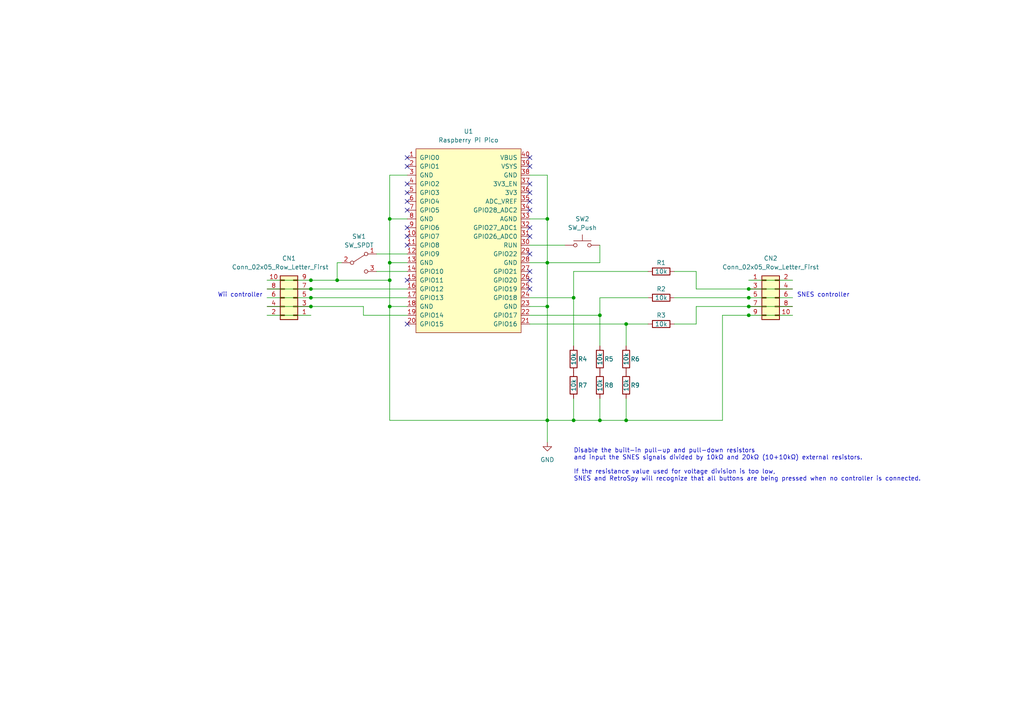
<source format=kicad_sch>
(kicad_sch (version 20211123) (generator eeschema)

  (uuid e82346a5-cee7-49f2-8310-2831d323a8cf)

  (paper "A4")

  (title_block
    (title "RetroSpy for Raspberry Pi Pico")
    (date "2023-03-07")
    (rev "1")
    (company "T.T")
  )

  (lib_symbols
    (symbol "Connector_Generic:Conn_02x05_Odd_Even" (pin_names (offset 1.016) hide) (in_bom yes) (on_board yes)
      (property "Reference" "J" (id 0) (at 1.27 7.62 0)
        (effects (font (size 1.27 1.27)))
      )
      (property "Value" "Conn_02x05_Odd_Even" (id 1) (at 1.27 -7.62 0)
        (effects (font (size 1.27 1.27)))
      )
      (property "Footprint" "" (id 2) (at 0 0 0)
        (effects (font (size 1.27 1.27)) hide)
      )
      (property "Datasheet" "~" (id 3) (at 0 0 0)
        (effects (font (size 1.27 1.27)) hide)
      )
      (property "ki_keywords" "connector" (id 4) (at 0 0 0)
        (effects (font (size 1.27 1.27)) hide)
      )
      (property "ki_description" "Generic connector, double row, 02x05, odd/even pin numbering scheme (row 1 odd numbers, row 2 even numbers), script generated (kicad-library-utils/schlib/autogen/connector/)" (id 5) (at 0 0 0)
        (effects (font (size 1.27 1.27)) hide)
      )
      (property "ki_fp_filters" "Connector*:*_2x??_*" (id 6) (at 0 0 0)
        (effects (font (size 1.27 1.27)) hide)
      )
      (symbol "Conn_02x05_Odd_Even_1_1"
        (rectangle (start -1.27 -4.953) (end 0 -5.207)
          (stroke (width 0.1524) (type default) (color 0 0 0 0))
          (fill (type none))
        )
        (rectangle (start -1.27 -2.413) (end 0 -2.667)
          (stroke (width 0.1524) (type default) (color 0 0 0 0))
          (fill (type none))
        )
        (rectangle (start -1.27 0.127) (end 0 -0.127)
          (stroke (width 0.1524) (type default) (color 0 0 0 0))
          (fill (type none))
        )
        (rectangle (start -1.27 2.667) (end 0 2.413)
          (stroke (width 0.1524) (type default) (color 0 0 0 0))
          (fill (type none))
        )
        (rectangle (start -1.27 5.207) (end 0 4.953)
          (stroke (width 0.1524) (type default) (color 0 0 0 0))
          (fill (type none))
        )
        (rectangle (start -1.27 6.35) (end 3.81 -6.35)
          (stroke (width 0.254) (type default) (color 0 0 0 0))
          (fill (type background))
        )
        (rectangle (start 3.81 -4.953) (end 2.54 -5.207)
          (stroke (width 0.1524) (type default) (color 0 0 0 0))
          (fill (type none))
        )
        (rectangle (start 3.81 -2.413) (end 2.54 -2.667)
          (stroke (width 0.1524) (type default) (color 0 0 0 0))
          (fill (type none))
        )
        (rectangle (start 3.81 0.127) (end 2.54 -0.127)
          (stroke (width 0.1524) (type default) (color 0 0 0 0))
          (fill (type none))
        )
        (rectangle (start 3.81 2.667) (end 2.54 2.413)
          (stroke (width 0.1524) (type default) (color 0 0 0 0))
          (fill (type none))
        )
        (rectangle (start 3.81 5.207) (end 2.54 4.953)
          (stroke (width 0.1524) (type default) (color 0 0 0 0))
          (fill (type none))
        )
        (pin passive line (at -5.08 5.08 0) (length 3.81)
          (name "Pin_1" (effects (font (size 1.27 1.27))))
          (number "1" (effects (font (size 1.27 1.27))))
        )
        (pin passive line (at 7.62 -5.08 180) (length 3.81)
          (name "Pin_10" (effects (font (size 1.27 1.27))))
          (number "10" (effects (font (size 1.27 1.27))))
        )
        (pin passive line (at 7.62 5.08 180) (length 3.81)
          (name "Pin_2" (effects (font (size 1.27 1.27))))
          (number "2" (effects (font (size 1.27 1.27))))
        )
        (pin passive line (at -5.08 2.54 0) (length 3.81)
          (name "Pin_3" (effects (font (size 1.27 1.27))))
          (number "3" (effects (font (size 1.27 1.27))))
        )
        (pin passive line (at 7.62 2.54 180) (length 3.81)
          (name "Pin_4" (effects (font (size 1.27 1.27))))
          (number "4" (effects (font (size 1.27 1.27))))
        )
        (pin passive line (at -5.08 0 0) (length 3.81)
          (name "Pin_5" (effects (font (size 1.27 1.27))))
          (number "5" (effects (font (size 1.27 1.27))))
        )
        (pin passive line (at 7.62 0 180) (length 3.81)
          (name "Pin_6" (effects (font (size 1.27 1.27))))
          (number "6" (effects (font (size 1.27 1.27))))
        )
        (pin passive line (at -5.08 -2.54 0) (length 3.81)
          (name "Pin_7" (effects (font (size 1.27 1.27))))
          (number "7" (effects (font (size 1.27 1.27))))
        )
        (pin passive line (at 7.62 -2.54 180) (length 3.81)
          (name "Pin_8" (effects (font (size 1.27 1.27))))
          (number "8" (effects (font (size 1.27 1.27))))
        )
        (pin passive line (at -5.08 -5.08 0) (length 3.81)
          (name "Pin_9" (effects (font (size 1.27 1.27))))
          (number "9" (effects (font (size 1.27 1.27))))
        )
      )
    )
    (symbol "Device:R" (pin_numbers hide) (pin_names (offset 0)) (in_bom yes) (on_board yes)
      (property "Reference" "R" (id 0) (at 2.032 0 90)
        (effects (font (size 1.27 1.27)))
      )
      (property "Value" "R" (id 1) (at 0 0 90)
        (effects (font (size 1.27 1.27)))
      )
      (property "Footprint" "" (id 2) (at -1.778 0 90)
        (effects (font (size 1.27 1.27)) hide)
      )
      (property "Datasheet" "~" (id 3) (at 0 0 0)
        (effects (font (size 1.27 1.27)) hide)
      )
      (property "ki_keywords" "R res resistor" (id 4) (at 0 0 0)
        (effects (font (size 1.27 1.27)) hide)
      )
      (property "ki_description" "Resistor" (id 5) (at 0 0 0)
        (effects (font (size 1.27 1.27)) hide)
      )
      (property "ki_fp_filters" "R_*" (id 6) (at 0 0 0)
        (effects (font (size 1.27 1.27)) hide)
      )
      (symbol "R_0_1"
        (rectangle (start -1.016 -2.54) (end 1.016 2.54)
          (stroke (width 0.254) (type default) (color 0 0 0 0))
          (fill (type none))
        )
      )
      (symbol "R_1_1"
        (pin passive line (at 0 3.81 270) (length 1.27)
          (name "~" (effects (font (size 1.27 1.27))))
          (number "1" (effects (font (size 1.27 1.27))))
        )
        (pin passive line (at 0 -3.81 90) (length 1.27)
          (name "~" (effects (font (size 1.27 1.27))))
          (number "2" (effects (font (size 1.27 1.27))))
        )
      )
    )
    (symbol "Library:Raspberry Pi Pico" (pin_names (offset 1.016)) (in_bom yes) (on_board yes)
      (property "Reference" "U" (id 0) (at 0 30.48 0)
        (effects (font (size 1.27 1.27)))
      )
      (property "Value" "Raspberry Pi Pico" (id 1) (at 0 27.94 0)
        (effects (font (size 1.27 1.27)))
      )
      (property "Footprint" "Library:RPi_Pico_SMD_TH" (id 2) (at 0 0 90)
        (effects (font (size 1.27 1.27)) hide)
      )
      (property "Datasheet" "" (id 3) (at 0 0 0)
        (effects (font (size 1.27 1.27)) hide)
      )
      (symbol "Raspberry Pi Pico_0_1"
        (rectangle (start -15.24 26.67) (end 15.24 -26.67)
          (stroke (width 0) (type default) (color 0 0 0 0))
          (fill (type background))
        )
      )
      (symbol "Raspberry Pi Pico_1_1"
        (pin bidirectional line (at -17.78 24.13 0) (length 2.54)
          (name "GPIO0" (effects (font (size 1.27 1.27))))
          (number "1" (effects (font (size 1.27 1.27))))
        )
        (pin bidirectional line (at -17.78 1.27 0) (length 2.54)
          (name "GPIO7" (effects (font (size 1.27 1.27))))
          (number "10" (effects (font (size 1.27 1.27))))
        )
        (pin bidirectional line (at -17.78 -1.27 0) (length 2.54)
          (name "GPIO8" (effects (font (size 1.27 1.27))))
          (number "11" (effects (font (size 1.27 1.27))))
        )
        (pin bidirectional line (at -17.78 -3.81 0) (length 2.54)
          (name "GPIO9" (effects (font (size 1.27 1.27))))
          (number "12" (effects (font (size 1.27 1.27))))
        )
        (pin power_in line (at -17.78 -6.35 0) (length 2.54)
          (name "GND" (effects (font (size 1.27 1.27))))
          (number "13" (effects (font (size 1.27 1.27))))
        )
        (pin bidirectional line (at -17.78 -8.89 0) (length 2.54)
          (name "GPIO10" (effects (font (size 1.27 1.27))))
          (number "14" (effects (font (size 1.27 1.27))))
        )
        (pin bidirectional line (at -17.78 -11.43 0) (length 2.54)
          (name "GPIO11" (effects (font (size 1.27 1.27))))
          (number "15" (effects (font (size 1.27 1.27))))
        )
        (pin bidirectional line (at -17.78 -13.97 0) (length 2.54)
          (name "GPIO12" (effects (font (size 1.27 1.27))))
          (number "16" (effects (font (size 1.27 1.27))))
        )
        (pin bidirectional line (at -17.78 -16.51 0) (length 2.54)
          (name "GPIO13" (effects (font (size 1.27 1.27))))
          (number "17" (effects (font (size 1.27 1.27))))
        )
        (pin power_in line (at -17.78 -19.05 0) (length 2.54)
          (name "GND" (effects (font (size 1.27 1.27))))
          (number "18" (effects (font (size 1.27 1.27))))
        )
        (pin bidirectional line (at -17.78 -21.59 0) (length 2.54)
          (name "GPIO14" (effects (font (size 1.27 1.27))))
          (number "19" (effects (font (size 1.27 1.27))))
        )
        (pin bidirectional line (at -17.78 21.59 0) (length 2.54)
          (name "GPIO1" (effects (font (size 1.27 1.27))))
          (number "2" (effects (font (size 1.27 1.27))))
        )
        (pin bidirectional line (at -17.78 -24.13 0) (length 2.54)
          (name "GPIO15" (effects (font (size 1.27 1.27))))
          (number "20" (effects (font (size 1.27 1.27))))
        )
        (pin bidirectional line (at 17.78 -24.13 180) (length 2.54)
          (name "GPIO16" (effects (font (size 1.27 1.27))))
          (number "21" (effects (font (size 1.27 1.27))))
        )
        (pin bidirectional line (at 17.78 -21.59 180) (length 2.54)
          (name "GPIO17" (effects (font (size 1.27 1.27))))
          (number "22" (effects (font (size 1.27 1.27))))
        )
        (pin power_in line (at 17.78 -19.05 180) (length 2.54)
          (name "GND" (effects (font (size 1.27 1.27))))
          (number "23" (effects (font (size 1.27 1.27))))
        )
        (pin bidirectional line (at 17.78 -16.51 180) (length 2.54)
          (name "GPIO18" (effects (font (size 1.27 1.27))))
          (number "24" (effects (font (size 1.27 1.27))))
        )
        (pin bidirectional line (at 17.78 -13.97 180) (length 2.54)
          (name "GPIO19" (effects (font (size 1.27 1.27))))
          (number "25" (effects (font (size 1.27 1.27))))
        )
        (pin bidirectional line (at 17.78 -11.43 180) (length 2.54)
          (name "GPIO20" (effects (font (size 1.27 1.27))))
          (number "26" (effects (font (size 1.27 1.27))))
        )
        (pin bidirectional line (at 17.78 -8.89 180) (length 2.54)
          (name "GPIO21" (effects (font (size 1.27 1.27))))
          (number "27" (effects (font (size 1.27 1.27))))
        )
        (pin power_in line (at 17.78 -6.35 180) (length 2.54)
          (name "GND" (effects (font (size 1.27 1.27))))
          (number "28" (effects (font (size 1.27 1.27))))
        )
        (pin bidirectional line (at 17.78 -3.81 180) (length 2.54)
          (name "GPIO22" (effects (font (size 1.27 1.27))))
          (number "29" (effects (font (size 1.27 1.27))))
        )
        (pin power_in line (at -17.78 19.05 0) (length 2.54)
          (name "GND" (effects (font (size 1.27 1.27))))
          (number "3" (effects (font (size 1.27 1.27))))
        )
        (pin input line (at 17.78 -1.27 180) (length 2.54)
          (name "RUN" (effects (font (size 1.27 1.27))))
          (number "30" (effects (font (size 1.27 1.27))))
        )
        (pin bidirectional line (at 17.78 1.27 180) (length 2.54)
          (name "GPIO26_ADC0" (effects (font (size 1.27 1.27))))
          (number "31" (effects (font (size 1.27 1.27))))
        )
        (pin bidirectional line (at 17.78 3.81 180) (length 2.54)
          (name "GPIO27_ADC1" (effects (font (size 1.27 1.27))))
          (number "32" (effects (font (size 1.27 1.27))))
        )
        (pin power_in line (at 17.78 6.35 180) (length 2.54)
          (name "AGND" (effects (font (size 1.27 1.27))))
          (number "33" (effects (font (size 1.27 1.27))))
        )
        (pin bidirectional line (at 17.78 8.89 180) (length 2.54)
          (name "GPIO28_ADC2" (effects (font (size 1.27 1.27))))
          (number "34" (effects (font (size 1.27 1.27))))
        )
        (pin unspecified line (at 17.78 11.43 180) (length 2.54)
          (name "ADC_VREF" (effects (font (size 1.27 1.27))))
          (number "35" (effects (font (size 1.27 1.27))))
        )
        (pin power_out line (at 17.78 13.97 180) (length 2.54)
          (name "3V3" (effects (font (size 1.27 1.27))))
          (number "36" (effects (font (size 1.27 1.27))))
        )
        (pin input line (at 17.78 16.51 180) (length 2.54)
          (name "3V3_EN" (effects (font (size 1.27 1.27))))
          (number "37" (effects (font (size 1.27 1.27))))
        )
        (pin power_out line (at 17.78 19.05 180) (length 2.54)
          (name "GND" (effects (font (size 1.27 1.27))))
          (number "38" (effects (font (size 1.27 1.27))))
        )
        (pin power_out line (at 17.78 21.59 180) (length 2.54)
          (name "VSYS" (effects (font (size 1.27 1.27))))
          (number "39" (effects (font (size 1.27 1.27))))
        )
        (pin bidirectional line (at -17.78 16.51 0) (length 2.54)
          (name "GPIO2" (effects (font (size 1.27 1.27))))
          (number "4" (effects (font (size 1.27 1.27))))
        )
        (pin power_out line (at 17.78 24.13 180) (length 2.54)
          (name "VBUS" (effects (font (size 1.27 1.27))))
          (number "40" (effects (font (size 1.27 1.27))))
        )
        (pin bidirectional line (at -17.78 13.97 0) (length 2.54)
          (name "GPIO3" (effects (font (size 1.27 1.27))))
          (number "5" (effects (font (size 1.27 1.27))))
        )
        (pin bidirectional line (at -17.78 11.43 0) (length 2.54)
          (name "GPIO4" (effects (font (size 1.27 1.27))))
          (number "6" (effects (font (size 1.27 1.27))))
        )
        (pin bidirectional line (at -17.78 8.89 0) (length 2.54)
          (name "GPIO5" (effects (font (size 1.27 1.27))))
          (number "7" (effects (font (size 1.27 1.27))))
        )
        (pin power_in line (at -17.78 6.35 0) (length 2.54)
          (name "GND" (effects (font (size 1.27 1.27))))
          (number "8" (effects (font (size 1.27 1.27))))
        )
        (pin bidirectional line (at -17.78 3.81 0) (length 2.54)
          (name "GPIO6" (effects (font (size 1.27 1.27))))
          (number "9" (effects (font (size 1.27 1.27))))
        )
      )
    )
    (symbol "Switch:SW_Push" (pin_numbers hide) (pin_names (offset 1.016) hide) (in_bom yes) (on_board yes)
      (property "Reference" "SW" (id 0) (at 1.27 2.54 0)
        (effects (font (size 1.27 1.27)) (justify left))
      )
      (property "Value" "SW_Push" (id 1) (at 0 -1.524 0)
        (effects (font (size 1.27 1.27)))
      )
      (property "Footprint" "" (id 2) (at 0 5.08 0)
        (effects (font (size 1.27 1.27)) hide)
      )
      (property "Datasheet" "~" (id 3) (at 0 5.08 0)
        (effects (font (size 1.27 1.27)) hide)
      )
      (property "ki_keywords" "switch normally-open pushbutton push-button" (id 4) (at 0 0 0)
        (effects (font (size 1.27 1.27)) hide)
      )
      (property "ki_description" "Push button switch, generic, two pins" (id 5) (at 0 0 0)
        (effects (font (size 1.27 1.27)) hide)
      )
      (symbol "SW_Push_0_1"
        (circle (center -2.032 0) (radius 0.508)
          (stroke (width 0) (type default) (color 0 0 0 0))
          (fill (type none))
        )
        (polyline
          (pts
            (xy 0 1.27)
            (xy 0 3.048)
          )
          (stroke (width 0) (type default) (color 0 0 0 0))
          (fill (type none))
        )
        (polyline
          (pts
            (xy 2.54 1.27)
            (xy -2.54 1.27)
          )
          (stroke (width 0) (type default) (color 0 0 0 0))
          (fill (type none))
        )
        (circle (center 2.032 0) (radius 0.508)
          (stroke (width 0) (type default) (color 0 0 0 0))
          (fill (type none))
        )
        (pin passive line (at -5.08 0 0) (length 2.54)
          (name "1" (effects (font (size 1.27 1.27))))
          (number "1" (effects (font (size 1.27 1.27))))
        )
        (pin passive line (at 5.08 0 180) (length 2.54)
          (name "2" (effects (font (size 1.27 1.27))))
          (number "2" (effects (font (size 1.27 1.27))))
        )
      )
    )
    (symbol "Switch:SW_SPDT" (pin_names (offset 0) hide) (in_bom yes) (on_board yes)
      (property "Reference" "SW" (id 0) (at 0 4.318 0)
        (effects (font (size 1.27 1.27)))
      )
      (property "Value" "SW_SPDT" (id 1) (at 0 -5.08 0)
        (effects (font (size 1.27 1.27)))
      )
      (property "Footprint" "" (id 2) (at 0 0 0)
        (effects (font (size 1.27 1.27)) hide)
      )
      (property "Datasheet" "~" (id 3) (at 0 0 0)
        (effects (font (size 1.27 1.27)) hide)
      )
      (property "ki_keywords" "switch single-pole double-throw spdt ON-ON" (id 4) (at 0 0 0)
        (effects (font (size 1.27 1.27)) hide)
      )
      (property "ki_description" "Switch, single pole double throw" (id 5) (at 0 0 0)
        (effects (font (size 1.27 1.27)) hide)
      )
      (symbol "SW_SPDT_0_0"
        (circle (center -2.032 0) (radius 0.508)
          (stroke (width 0) (type default) (color 0 0 0 0))
          (fill (type none))
        )
        (circle (center 2.032 -2.54) (radius 0.508)
          (stroke (width 0) (type default) (color 0 0 0 0))
          (fill (type none))
        )
      )
      (symbol "SW_SPDT_0_1"
        (polyline
          (pts
            (xy -1.524 0.254)
            (xy 1.651 2.286)
          )
          (stroke (width 0) (type default) (color 0 0 0 0))
          (fill (type none))
        )
        (circle (center 2.032 2.54) (radius 0.508)
          (stroke (width 0) (type default) (color 0 0 0 0))
          (fill (type none))
        )
      )
      (symbol "SW_SPDT_1_1"
        (pin passive line (at 5.08 2.54 180) (length 2.54)
          (name "A" (effects (font (size 1.27 1.27))))
          (number "1" (effects (font (size 1.27 1.27))))
        )
        (pin passive line (at -5.08 0 0) (length 2.54)
          (name "B" (effects (font (size 1.27 1.27))))
          (number "2" (effects (font (size 1.27 1.27))))
        )
        (pin passive line (at 5.08 -2.54 180) (length 2.54)
          (name "C" (effects (font (size 1.27 1.27))))
          (number "3" (effects (font (size 1.27 1.27))))
        )
      )
    )
    (symbol "power:GND" (power) (pin_names (offset 0)) (in_bom yes) (on_board yes)
      (property "Reference" "#PWR" (id 0) (at 0 -6.35 0)
        (effects (font (size 1.27 1.27)) hide)
      )
      (property "Value" "GND" (id 1) (at 0 -3.81 0)
        (effects (font (size 1.27 1.27)))
      )
      (property "Footprint" "" (id 2) (at 0 0 0)
        (effects (font (size 1.27 1.27)) hide)
      )
      (property "Datasheet" "" (id 3) (at 0 0 0)
        (effects (font (size 1.27 1.27)) hide)
      )
      (property "ki_keywords" "global power" (id 4) (at 0 0 0)
        (effects (font (size 1.27 1.27)) hide)
      )
      (property "ki_description" "Power symbol creates a global label with name \"GND\" , ground" (id 5) (at 0 0 0)
        (effects (font (size 1.27 1.27)) hide)
      )
      (symbol "GND_0_1"
        (polyline
          (pts
            (xy 0 0)
            (xy 0 -1.27)
            (xy 1.27 -1.27)
            (xy 0 -2.54)
            (xy -1.27 -1.27)
            (xy 0 -1.27)
          )
          (stroke (width 0) (type default) (color 0 0 0 0))
          (fill (type none))
        )
      )
      (symbol "GND_1_1"
        (pin power_in line (at 0 0 270) (length 0) hide
          (name "GND" (effects (font (size 1.27 1.27))))
          (number "1" (effects (font (size 1.27 1.27))))
        )
      )
    )
  )

  (junction (at 181.61 121.92) (diameter 0) (color 0 0 0 0)
    (uuid 0a115108-e02d-49b3-bff0-d92cae5d4a07)
  )
  (junction (at 158.75 76.2) (diameter 0) (color 0 0 0 0)
    (uuid 34ca09cb-1597-4fc9-8bc8-b8dba42f7d68)
  )
  (junction (at 217.17 91.44) (diameter 0) (color 0 0 0 0)
    (uuid 3a716eae-8ee2-4746-83af-7a4ecd353cf2)
  )
  (junction (at 90.17 86.36) (diameter 0) (color 0 0 0 0)
    (uuid 3c739e90-31b0-40c8-a466-5254332e4726)
  )
  (junction (at 113.03 81.28) (diameter 0) (color 0 0 0 0)
    (uuid 3d400f7c-7e95-489a-903a-d3d03961fb40)
  )
  (junction (at 166.37 121.92) (diameter 0) (color 0 0 0 0)
    (uuid 4313d433-0196-4062-a0c0-18b65b833f1e)
  )
  (junction (at 217.17 86.36) (diameter 0) (color 0 0 0 0)
    (uuid 473a3fcb-cf86-4ca5-910e-c7609cdf1267)
  )
  (junction (at 217.17 83.82) (diameter 0) (color 0 0 0 0)
    (uuid 5185e25e-a2f7-405d-9819-5f7127a909d9)
  )
  (junction (at 158.75 88.9) (diameter 0) (color 0 0 0 0)
    (uuid 60da1a23-0618-4851-9126-4aba4bc59b5b)
  )
  (junction (at 90.17 88.9) (diameter 0) (color 0 0 0 0)
    (uuid 611d3bec-e817-425a-9ce4-7281b36080af)
  )
  (junction (at 158.75 63.5) (diameter 0) (color 0 0 0 0)
    (uuid 6c46b4d3-be7d-4131-bc45-e085dd58279d)
  )
  (junction (at 113.03 63.5) (diameter 0) (color 0 0 0 0)
    (uuid 6f814b9e-cb96-40f5-acbb-4519927758e9)
  )
  (junction (at 181.61 93.98) (diameter 0) (color 0 0 0 0)
    (uuid 935bb303-c70b-4e21-a18c-6b5ebb9dd5e6)
  )
  (junction (at 166.37 86.36) (diameter 0) (color 0 0 0 0)
    (uuid 997b34e5-2e84-4e35-bed3-5134dab60feb)
  )
  (junction (at 173.99 121.92) (diameter 0) (color 0 0 0 0)
    (uuid 9a2ae62f-c740-420a-9c14-4dcb69f42136)
  )
  (junction (at 158.75 121.92) (diameter 0) (color 0 0 0 0)
    (uuid 9f6e38a3-2772-4024-ac8e-db36ce6a76ab)
  )
  (junction (at 90.17 83.82) (diameter 0) (color 0 0 0 0)
    (uuid b2f80b80-5b9a-469b-af43-ab89781ecaa8)
  )
  (junction (at 113.03 76.2) (diameter 0) (color 0 0 0 0)
    (uuid b467e13a-6259-4cbf-be7c-f1c2e797b007)
  )
  (junction (at 113.03 88.9) (diameter 0) (color 0 0 0 0)
    (uuid c71e2a37-3a04-4da1-b367-91d0b452c420)
  )
  (junction (at 173.99 91.44) (diameter 0) (color 0 0 0 0)
    (uuid c762be8a-15a1-4120-a659-09a09de24af3)
  )
  (junction (at 90.17 81.28) (diameter 0) (color 0 0 0 0)
    (uuid e0df057d-2127-40a9-a52e-69720d5401ee)
  )
  (junction (at 97.79 81.28) (diameter 0) (color 0 0 0 0)
    (uuid e4faab30-62ec-48a8-9b75-ff143a47578b)
  )
  (junction (at 217.17 88.9) (diameter 0) (color 0 0 0 0)
    (uuid ff445c1c-947d-427a-a841-00e55fa736dd)
  )

  (no_connect (at 153.67 55.88) (uuid 007663e1-ef9d-4ce5-8243-ccf3523016e6))
  (no_connect (at 153.67 60.96) (uuid 04de0bb0-5530-43a7-a63a-d6013a308361))
  (no_connect (at 153.67 78.74) (uuid 075d3db5-b09e-4652-9474-34782549d4a9))
  (no_connect (at 153.67 48.26) (uuid 0c2e13bf-34eb-49e5-b1db-1ac5d67a7106))
  (no_connect (at 153.67 45.72) (uuid 11ac2b82-d0cf-421a-bc9a-19da72267d6f))
  (no_connect (at 118.11 71.12) (uuid 36d7cf22-1eea-4f6e-b277-6c6062f1d0bc))
  (no_connect (at 153.67 66.04) (uuid 4105f322-1fe1-4240-b24c-2d5a9ad7b366))
  (no_connect (at 118.11 58.42) (uuid 4ddd1cc6-0847-4f58-b1f8-596cf84101df))
  (no_connect (at 153.67 81.28) (uuid 502170cf-727a-4d92-8c88-14663c81d583))
  (no_connect (at 118.11 60.96) (uuid 6b6d333a-f540-4ea0-b29b-8039a4a406aa))
  (no_connect (at 118.11 53.34) (uuid 714de8a2-92c2-4c64-9a75-33ea7945b130))
  (no_connect (at 153.67 83.82) (uuid 7166d50f-db6a-406b-ba2c-5e3df75d498e))
  (no_connect (at 118.11 68.58) (uuid 9204c3c4-2ba9-452e-880f-8e6f4cc7450a))
  (no_connect (at 153.67 53.34) (uuid 9dd66150-952c-4086-b762-05e729e1fa8c))
  (no_connect (at 118.11 81.28) (uuid acf94ed7-6a14-46b1-bbe9-7767e9133ec0))
  (no_connect (at 153.67 68.58) (uuid af75d715-e9cc-49e7-9229-563b65582032))
  (no_connect (at 153.67 58.42) (uuid b98af472-7e86-4a16-884c-fdf55e966945))
  (no_connect (at 118.11 45.72) (uuid d3b4e490-6dbf-4d10-87eb-1ada27b340cb))
  (no_connect (at 118.11 55.88) (uuid dd04a914-2b37-42f3-bedc-a94a21d4a2a9))
  (no_connect (at 118.11 66.04) (uuid ef9c583d-68f4-439f-ab52-f030677d66ef))
  (no_connect (at 118.11 93.98) (uuid f4b7c4f6-d02c-424f-a200-315e2e9f21e1))
  (no_connect (at 118.11 48.26) (uuid f7ada6b2-ce90-48a4-9ba5-8537abbe9dde))
  (no_connect (at 153.67 73.66) (uuid fe846fb2-1d21-4fad-8bf6-00a612fdb3a3))

  (wire (pts (xy 195.58 86.36) (xy 217.17 86.36))
    (stroke (width 0) (type default) (color 0 0 0 0))
    (uuid 0273ec71-1c82-4204-8f09-ea7e1a38070f)
  )
  (wire (pts (xy 90.17 86.36) (xy 118.11 86.36))
    (stroke (width 0) (type default) (color 0 0 0 0))
    (uuid 060d928c-40c5-49de-af17-715442d94092)
  )
  (wire (pts (xy 195.58 78.74) (xy 201.93 78.74))
    (stroke (width 0) (type default) (color 0 0 0 0))
    (uuid 20103fdb-8d8a-4843-bdf2-b2ef2cf0e9e1)
  )
  (wire (pts (xy 118.11 76.2) (xy 113.03 76.2))
    (stroke (width 0) (type default) (color 0 0 0 0))
    (uuid 21a9d479-828f-4203-bc94-dd35baf6c792)
  )
  (wire (pts (xy 166.37 86.36) (xy 166.37 78.74))
    (stroke (width 0) (type default) (color 0 0 0 0))
    (uuid 26af1438-ec0c-48c8-9f72-ec61425e82da)
  )
  (wire (pts (xy 217.17 86.36) (xy 229.87 86.36))
    (stroke (width 0) (type default) (color 0 0 0 0))
    (uuid 2ef3a754-880b-4314-8417-fafda73acf34)
  )
  (wire (pts (xy 118.11 91.44) (xy 105.41 91.44))
    (stroke (width 0) (type default) (color 0 0 0 0))
    (uuid 30b0f7ab-d979-4ac1-a15d-53111d6f9a08)
  )
  (wire (pts (xy 173.99 76.2) (xy 158.75 76.2))
    (stroke (width 0) (type default) (color 0 0 0 0))
    (uuid 33b3c319-6aee-494e-abe5-58b53f43cea8)
  )
  (wire (pts (xy 153.67 86.36) (xy 166.37 86.36))
    (stroke (width 0) (type default) (color 0 0 0 0))
    (uuid 34fccbb3-8826-4fb1-a6e2-5918b50c76db)
  )
  (wire (pts (xy 113.03 121.92) (xy 158.75 121.92))
    (stroke (width 0) (type default) (color 0 0 0 0))
    (uuid 35140a0a-abc0-4ca9-8511-65f3fc51474c)
  )
  (wire (pts (xy 90.17 81.28) (xy 97.79 81.28))
    (stroke (width 0) (type default) (color 0 0 0 0))
    (uuid 355264d3-e739-4702-b628-d103b15e765d)
  )
  (wire (pts (xy 153.67 71.12) (xy 163.83 71.12))
    (stroke (width 0) (type default) (color 0 0 0 0))
    (uuid 36506c11-6891-422f-b4dc-00cbb6fa0781)
  )
  (wire (pts (xy 113.03 63.5) (xy 113.03 76.2))
    (stroke (width 0) (type default) (color 0 0 0 0))
    (uuid 37cb0d6d-e048-4388-b0ac-a9896e75a835)
  )
  (wire (pts (xy 113.03 50.8) (xy 113.03 63.5))
    (stroke (width 0) (type default) (color 0 0 0 0))
    (uuid 397a05b6-c486-454e-bdb1-61da1830dcea)
  )
  (wire (pts (xy 195.58 93.98) (xy 201.93 93.98))
    (stroke (width 0) (type default) (color 0 0 0 0))
    (uuid 39bf8146-8482-4766-bb50-ebc79a74bb27)
  )
  (wire (pts (xy 153.67 50.8) (xy 158.75 50.8))
    (stroke (width 0) (type default) (color 0 0 0 0))
    (uuid 450e8b15-4cfc-4f6f-afdc-b61cba689167)
  )
  (wire (pts (xy 173.99 71.12) (xy 173.99 76.2))
    (stroke (width 0) (type default) (color 0 0 0 0))
    (uuid 4dbd83be-05c9-4a07-adb4-66c8a955b0d1)
  )
  (wire (pts (xy 158.75 121.92) (xy 158.75 128.27))
    (stroke (width 0) (type default) (color 0 0 0 0))
    (uuid 4e34e668-8756-4e2a-9a41-aae84fab47fd)
  )
  (wire (pts (xy 217.17 81.28) (xy 229.87 81.28))
    (stroke (width 0) (type default) (color 0 0 0 0))
    (uuid 52e5e410-dbc9-4b1a-ace0-782fe0e5b694)
  )
  (wire (pts (xy 113.03 88.9) (xy 113.03 121.92))
    (stroke (width 0) (type default) (color 0 0 0 0))
    (uuid 5aea282e-7667-41cf-8657-016e6d385079)
  )
  (wire (pts (xy 77.47 88.9) (xy 90.17 88.9))
    (stroke (width 0) (type default) (color 0 0 0 0))
    (uuid 5b0f9b93-e1f6-41e8-879a-eb9bd2056e90)
  )
  (wire (pts (xy 181.61 93.98) (xy 181.61 100.33))
    (stroke (width 0) (type default) (color 0 0 0 0))
    (uuid 5dd375be-c830-4447-91d5-436dd728e2c7)
  )
  (wire (pts (xy 153.67 91.44) (xy 173.99 91.44))
    (stroke (width 0) (type default) (color 0 0 0 0))
    (uuid 6373fc85-a8d9-4b6f-a16c-9fdd1f8044ae)
  )
  (wire (pts (xy 217.17 91.44) (xy 229.87 91.44))
    (stroke (width 0) (type default) (color 0 0 0 0))
    (uuid 638811d0-3135-4092-b10f-8337fc276348)
  )
  (wire (pts (xy 173.99 91.44) (xy 173.99 100.33))
    (stroke (width 0) (type default) (color 0 0 0 0))
    (uuid 6a57bd47-b411-45df-b3b0-80ff5e1b9834)
  )
  (wire (pts (xy 166.37 115.57) (xy 166.37 121.92))
    (stroke (width 0) (type default) (color 0 0 0 0))
    (uuid 6b1395fc-0f27-4801-996f-c0c1e639844c)
  )
  (wire (pts (xy 105.41 91.44) (xy 105.41 88.9))
    (stroke (width 0) (type default) (color 0 0 0 0))
    (uuid 72e36d8d-e8d4-4435-ad8f-6b7e5341e16d)
  )
  (wire (pts (xy 97.79 81.28) (xy 113.03 81.28))
    (stroke (width 0) (type default) (color 0 0 0 0))
    (uuid 78a8086d-b931-4fe6-afdb-b971aa07fd0a)
  )
  (wire (pts (xy 77.47 86.36) (xy 90.17 86.36))
    (stroke (width 0) (type default) (color 0 0 0 0))
    (uuid 7b0c0ab2-1850-44e0-bbfb-c2722557d4f2)
  )
  (wire (pts (xy 109.22 78.74) (xy 118.11 78.74))
    (stroke (width 0) (type default) (color 0 0 0 0))
    (uuid 7c42ee42-42df-4eb4-adc9-44e6febd9b51)
  )
  (wire (pts (xy 217.17 88.9) (xy 229.87 88.9))
    (stroke (width 0) (type default) (color 0 0 0 0))
    (uuid 7c91f9a1-febb-4134-931f-16d6c92705fd)
  )
  (wire (pts (xy 166.37 78.74) (xy 187.96 78.74))
    (stroke (width 0) (type default) (color 0 0 0 0))
    (uuid 83510d93-4539-4277-852a-601295e834b9)
  )
  (wire (pts (xy 173.99 121.92) (xy 166.37 121.92))
    (stroke (width 0) (type default) (color 0 0 0 0))
    (uuid 83a1e1dd-2636-4ca0-bda9-56be7cf4061e)
  )
  (wire (pts (xy 158.75 63.5) (xy 158.75 76.2))
    (stroke (width 0) (type default) (color 0 0 0 0))
    (uuid 85284e5c-8e5b-4316-bf8c-ae1606811c2d)
  )
  (wire (pts (xy 201.93 93.98) (xy 201.93 88.9))
    (stroke (width 0) (type default) (color 0 0 0 0))
    (uuid 8b4c7f17-eb25-463f-af8a-27a44b13fe15)
  )
  (wire (pts (xy 166.37 121.92) (xy 158.75 121.92))
    (stroke (width 0) (type default) (color 0 0 0 0))
    (uuid 8e51b159-1421-4d11-be76-2b55103f4db8)
  )
  (wire (pts (xy 201.93 78.74) (xy 201.93 83.82))
    (stroke (width 0) (type default) (color 0 0 0 0))
    (uuid 9490cb25-ae30-49de-aa78-ce5052739ea0)
  )
  (wire (pts (xy 118.11 63.5) (xy 113.03 63.5))
    (stroke (width 0) (type default) (color 0 0 0 0))
    (uuid 9ae55355-0071-4476-9360-47096000cb7f)
  )
  (wire (pts (xy 105.41 88.9) (xy 90.17 88.9))
    (stroke (width 0) (type default) (color 0 0 0 0))
    (uuid 9cd281fa-6127-4201-9af8-2bb0bf9c25ea)
  )
  (wire (pts (xy 77.47 83.82) (xy 90.17 83.82))
    (stroke (width 0) (type default) (color 0 0 0 0))
    (uuid 9f87eb60-eaaf-4db5-95a9-7b03fadb4112)
  )
  (wire (pts (xy 173.99 86.36) (xy 187.96 86.36))
    (stroke (width 0) (type default) (color 0 0 0 0))
    (uuid a124235c-633d-49ad-818a-38aaedd8f6b8)
  )
  (wire (pts (xy 113.03 81.28) (xy 113.03 88.9))
    (stroke (width 0) (type default) (color 0 0 0 0))
    (uuid a185051b-405c-477d-8092-926b2d4593ac)
  )
  (wire (pts (xy 209.55 121.92) (xy 181.61 121.92))
    (stroke (width 0) (type default) (color 0 0 0 0))
    (uuid a39f0eca-bb4a-4968-a9ab-d263e4295dee)
  )
  (wire (pts (xy 113.03 76.2) (xy 113.03 81.28))
    (stroke (width 0) (type default) (color 0 0 0 0))
    (uuid a4a18a30-1af5-4606-b6e8-9e2c0df91c97)
  )
  (wire (pts (xy 153.67 88.9) (xy 158.75 88.9))
    (stroke (width 0) (type default) (color 0 0 0 0))
    (uuid a5236aef-ed97-4f81-b72d-c4d6bf1c17e4)
  )
  (wire (pts (xy 158.75 76.2) (xy 158.75 88.9))
    (stroke (width 0) (type default) (color 0 0 0 0))
    (uuid a6c8dbe5-0ceb-416f-877f-14e9146e890e)
  )
  (wire (pts (xy 166.37 86.36) (xy 166.37 100.33))
    (stroke (width 0) (type default) (color 0 0 0 0))
    (uuid a856f7cf-5606-46a7-8244-5fff0adb4f2e)
  )
  (wire (pts (xy 99.06 76.2) (xy 97.79 76.2))
    (stroke (width 0) (type default) (color 0 0 0 0))
    (uuid ad9e2a1c-fa4e-46b7-8cd6-8894cad32a6e)
  )
  (wire (pts (xy 97.79 76.2) (xy 97.79 81.28))
    (stroke (width 0) (type default) (color 0 0 0 0))
    (uuid ad9fa9e5-abf4-4531-9742-6970f754463d)
  )
  (wire (pts (xy 209.55 91.44) (xy 209.55 121.92))
    (stroke (width 0) (type default) (color 0 0 0 0))
    (uuid b3edec63-75ea-428a-8474-946aac90a3fd)
  )
  (wire (pts (xy 158.75 88.9) (xy 158.75 121.92))
    (stroke (width 0) (type default) (color 0 0 0 0))
    (uuid b70ec7eb-a5d9-499c-ad0e-9c6c451c84de)
  )
  (wire (pts (xy 153.67 63.5) (xy 158.75 63.5))
    (stroke (width 0) (type default) (color 0 0 0 0))
    (uuid ba795903-a058-41a9-a227-0ed4210d0c63)
  )
  (wire (pts (xy 77.47 91.44) (xy 90.17 91.44))
    (stroke (width 0) (type default) (color 0 0 0 0))
    (uuid c0fc4ea3-3034-405f-883c-4cce0e683613)
  )
  (wire (pts (xy 109.22 73.66) (xy 118.11 73.66))
    (stroke (width 0) (type default) (color 0 0 0 0))
    (uuid c110dfc5-d371-4270-97b1-fea29a31e5bd)
  )
  (wire (pts (xy 217.17 91.44) (xy 209.55 91.44))
    (stroke (width 0) (type default) (color 0 0 0 0))
    (uuid c579c337-c474-4db4-8815-0c64f32ae1a1)
  )
  (wire (pts (xy 181.61 115.57) (xy 181.61 121.92))
    (stroke (width 0) (type default) (color 0 0 0 0))
    (uuid c5d19ad2-5e71-47d8-b0e6-ba435d1b5b04)
  )
  (wire (pts (xy 118.11 50.8) (xy 113.03 50.8))
    (stroke (width 0) (type default) (color 0 0 0 0))
    (uuid d1189c97-d56b-4ec0-8c69-bcd7ce5cd106)
  )
  (wire (pts (xy 153.67 93.98) (xy 181.61 93.98))
    (stroke (width 0) (type default) (color 0 0 0 0))
    (uuid d5ba9f7a-33b5-4fdd-a27f-d0b0ce211133)
  )
  (wire (pts (xy 153.67 76.2) (xy 158.75 76.2))
    (stroke (width 0) (type default) (color 0 0 0 0))
    (uuid db3a15ff-5f82-48ef-b284-9c90435edc93)
  )
  (wire (pts (xy 201.93 83.82) (xy 217.17 83.82))
    (stroke (width 0) (type default) (color 0 0 0 0))
    (uuid dd102a5b-c815-4555-afd1-909a67dc1a4e)
  )
  (wire (pts (xy 173.99 115.57) (xy 173.99 121.92))
    (stroke (width 0) (type default) (color 0 0 0 0))
    (uuid df11e783-2702-48a7-8b83-ae7fdc7c7f27)
  )
  (wire (pts (xy 118.11 88.9) (xy 113.03 88.9))
    (stroke (width 0) (type default) (color 0 0 0 0))
    (uuid e0fb2942-c93b-4f46-8713-fd7b6f68f43f)
  )
  (wire (pts (xy 181.61 121.92) (xy 173.99 121.92))
    (stroke (width 0) (type default) (color 0 0 0 0))
    (uuid e2a2d287-ed2d-455e-8aca-cd797e791a97)
  )
  (wire (pts (xy 201.93 88.9) (xy 217.17 88.9))
    (stroke (width 0) (type default) (color 0 0 0 0))
    (uuid e30141e6-8ff3-4e8a-bd01-afd3fd1c5ab5)
  )
  (wire (pts (xy 90.17 83.82) (xy 118.11 83.82))
    (stroke (width 0) (type default) (color 0 0 0 0))
    (uuid ef1f9844-c203-4d26-9164-9b2aaa6179c7)
  )
  (wire (pts (xy 173.99 91.44) (xy 173.99 86.36))
    (stroke (width 0) (type default) (color 0 0 0 0))
    (uuid f0d944e1-1030-4e6d-98a9-5b77f34ee545)
  )
  (wire (pts (xy 158.75 50.8) (xy 158.75 63.5))
    (stroke (width 0) (type default) (color 0 0 0 0))
    (uuid f4e6a58f-d4b4-487b-b294-2e64064c20fb)
  )
  (wire (pts (xy 187.96 93.98) (xy 181.61 93.98))
    (stroke (width 0) (type default) (color 0 0 0 0))
    (uuid fa6a2453-1e73-4f42-bdbd-3d2788e83981)
  )
  (wire (pts (xy 217.17 83.82) (xy 229.87 83.82))
    (stroke (width 0) (type default) (color 0 0 0 0))
    (uuid faff0a67-0c64-44dd-869e-c593f0750ac8)
  )
  (wire (pts (xy 77.47 81.28) (xy 90.17 81.28))
    (stroke (width 0) (type default) (color 0 0 0 0))
    (uuid fbfd1b67-fee2-4146-8cf3-0f544702dbf4)
  )

  (text "Wii controller" (at 76.2 86.36 180)
    (effects (font (size 1.27 1.27)) (justify right bottom))
    (uuid 3e93df53-c025-47ef-82b2-1c33403aa7d5)
  )
  (text "Disable the built-in pull-up and pull-down resistors\nand input the SNES signals divided by 10kΩ and 20kΩ (10+10kΩ) external resistors.\n\nIf the resistance value used for voltage division is too low,\nSNES and RetroSpy will recognize that all buttons are being pressed when no controller is connected."
    (at 166.37 139.7 0)
    (effects (font (size 1.27 1.27)) (justify left bottom))
    (uuid b5cad367-39e0-47d5-b6dc-5762190c097a)
  )
  (text "SNES controller" (at 231.14 86.36 0)
    (effects (font (size 1.27 1.27)) (justify left bottom))
    (uuid de5b327c-6760-4af6-859d-cef36c50c895)
  )

  (symbol (lib_id "Device:R") (at 173.99 111.76 0) (unit 1)
    (in_bom yes) (on_board yes)
    (uuid 04a0a19c-c74f-42cc-86c8-69f6813e0676)
    (property "Reference" "R8" (id 0) (at 175.26 111.76 0)
      (effects (font (size 1.27 1.27)) (justify left))
    )
    (property "Value" "10k" (id 1) (at 173.99 111.76 90))
    (property "Footprint" "Library:R_Axial_DIN0207_L6.3mm_D2.5mm_P10.16mm_Horizontal" (id 2) (at 172.212 111.76 90)
      (effects (font (size 1.27 1.27)) hide)
    )
    (property "Datasheet" "~" (id 3) (at 173.99 111.76 0)
      (effects (font (size 1.27 1.27)) hide)
    )
    (pin "1" (uuid 230a5bc5-2669-4ebd-b4c9-99609e8b2065))
    (pin "2" (uuid 64cca669-8fa8-4ef7-893a-08e24aa0a3d2))
  )

  (symbol (lib_id "Device:R") (at 166.37 111.76 0) (unit 1)
    (in_bom yes) (on_board yes)
    (uuid 0b6aa1f6-99e7-4ea7-af5f-2c80af8371e2)
    (property "Reference" "R7" (id 0) (at 167.64 111.76 0)
      (effects (font (size 1.27 1.27)) (justify left))
    )
    (property "Value" "10k" (id 1) (at 166.37 111.76 90))
    (property "Footprint" "Library:R_Axial_DIN0207_L6.3mm_D2.5mm_P10.16mm_Horizontal" (id 2) (at 164.592 111.76 90)
      (effects (font (size 1.27 1.27)) hide)
    )
    (property "Datasheet" "~" (id 3) (at 166.37 111.76 0)
      (effects (font (size 1.27 1.27)) hide)
    )
    (pin "1" (uuid 9986a399-7c5f-469c-8f73-f5fe9d522170))
    (pin "2" (uuid 017976fa-5a0c-4324-97c7-20d23ca66613))
  )

  (symbol (lib_id "Connector_Generic:Conn_02x05_Odd_Even") (at 222.25 86.36 0) (unit 1)
    (in_bom yes) (on_board yes) (fields_autoplaced)
    (uuid 1b19d8c7-6678-4680-bd10-5c11d4dbcd98)
    (property "Reference" "CN2" (id 0) (at 223.52 74.93 0))
    (property "Value" "Conn_02x05_Row_Letter_First" (id 1) (at 223.52 77.47 0))
    (property "Footprint" "Connector_PinHeader_2.54mm:PinHeader_2x05_P2.54mm_Vertical" (id 2) (at 222.25 86.36 0)
      (effects (font (size 1.27 1.27)) hide)
    )
    (property "Datasheet" "~" (id 3) (at 222.25 86.36 0)
      (effects (font (size 1.27 1.27)) hide)
    )
    (pin "1" (uuid 92318011-fa65-4d02-a2fd-c2cc9c964a47))
    (pin "10" (uuid ff4cbca5-4fb7-4bef-95bc-373e854938f2))
    (pin "2" (uuid 4db0befa-50b3-40e9-ad48-542306b198a4))
    (pin "3" (uuid dd37fdbc-98a2-4179-80d9-e9b6242d27fa))
    (pin "4" (uuid 8aa23a90-e033-48e7-a909-7a28d6ffbf14))
    (pin "5" (uuid b2b4cda9-2c65-4cc0-9715-c599edb554b6))
    (pin "6" (uuid 1b1cbec0-d542-4c3e-8320-5e7adc873388))
    (pin "7" (uuid e6703e0d-351f-4a32-a36d-b184177e34d4))
    (pin "8" (uuid 8d133aad-0c64-4bcc-9b97-844e0b60a882))
    (pin "9" (uuid 922fa818-5d4d-4d7f-bef4-92591cfa4c21))
  )

  (symbol (lib_id "Device:R") (at 166.37 104.14 0) (unit 1)
    (in_bom yes) (on_board yes)
    (uuid 208c8ab6-0dc5-400e-92da-59ef3cd333d3)
    (property "Reference" "R4" (id 0) (at 167.64 104.14 0)
      (effects (font (size 1.27 1.27)) (justify left))
    )
    (property "Value" "10k" (id 1) (at 166.37 104.14 90))
    (property "Footprint" "Library:R_Axial_DIN0207_L6.3mm_D2.5mm_P10.16mm_Horizontal" (id 2) (at 164.592 104.14 90)
      (effects (font (size 1.27 1.27)) hide)
    )
    (property "Datasheet" "~" (id 3) (at 166.37 104.14 0)
      (effects (font (size 1.27 1.27)) hide)
    )
    (pin "1" (uuid ffd5cc72-4e35-4d38-ac5e-f7ada1f2a706))
    (pin "2" (uuid 73a36b0c-e50d-4462-923a-551efe4bbdba))
  )

  (symbol (lib_id "Device:R") (at 181.61 111.76 0) (unit 1)
    (in_bom yes) (on_board yes)
    (uuid 304b056e-ee21-4a79-b53f-7fc9e9664c24)
    (property "Reference" "R9" (id 0) (at 182.88 111.76 0)
      (effects (font (size 1.27 1.27)) (justify left))
    )
    (property "Value" "10k" (id 1) (at 181.61 111.76 90))
    (property "Footprint" "Library:R_Axial_DIN0207_L6.3mm_D2.5mm_P10.16mm_Horizontal" (id 2) (at 179.832 111.76 90)
      (effects (font (size 1.27 1.27)) hide)
    )
    (property "Datasheet" "~" (id 3) (at 181.61 111.76 0)
      (effects (font (size 1.27 1.27)) hide)
    )
    (pin "1" (uuid 9c4e37bf-bf8f-428a-bf36-e56e8a66a089))
    (pin "2" (uuid e6f404d8-3c61-473c-8480-43997bb98089))
  )

  (symbol (lib_id "Library:Raspberry Pi Pico") (at 135.89 69.85 0) (unit 1)
    (in_bom yes) (on_board yes) (fields_autoplaced)
    (uuid 408a6d68-1822-4d30-8649-bad02bba6172)
    (property "Reference" "U1" (id 0) (at 135.89 38.1 0))
    (property "Value" "Raspberry Pi Pico" (id 1) (at 135.89 40.64 0))
    (property "Footprint" "Library:RPi_Pico_SMD_TH" (id 2) (at 135.89 69.85 90)
      (effects (font (size 1.27 1.27)) hide)
    )
    (property "Datasheet" "" (id 3) (at 135.89 69.85 0)
      (effects (font (size 1.27 1.27)) hide)
    )
    (pin "1" (uuid a8bd7ec5-2f76-4e70-ab84-04e13f1d5681))
    (pin "10" (uuid 9850a13a-51b1-4304-b1df-a1d55f2a1613))
    (pin "11" (uuid 400bac15-a13a-43a4-8e1f-0899dfd87cd0))
    (pin "12" (uuid 07580a09-421b-4d77-a6e0-23a627cf5c4a))
    (pin "13" (uuid ebcd5fd9-5919-42e1-8485-3d54166e5fab))
    (pin "14" (uuid c13ecd23-138b-4430-a500-af67ef3b005e))
    (pin "15" (uuid 578b7b24-1d56-4b89-b52a-a21f1edb4b91))
    (pin "16" (uuid bfdbaba0-f9a2-402c-8040-dcf85aff7df3))
    (pin "17" (uuid 31ae16ea-6ce3-4f6a-8df7-ddb5d3dc9b6e))
    (pin "18" (uuid af75eebe-7fa3-42fb-b281-ce7a5a2db278))
    (pin "19" (uuid 44d5770c-b9a8-4300-9e7e-57702dda858c))
    (pin "2" (uuid 6816f590-d514-47ec-81a7-07c4d1f4dd53))
    (pin "20" (uuid c9fa8a40-5c16-48d7-9be2-77cc2dae21e5))
    (pin "21" (uuid f6c13541-f422-4893-9b2c-9026892d4a03))
    (pin "22" (uuid fcee486c-77ee-4419-af84-6c966c9320f1))
    (pin "23" (uuid 16828d94-ed8b-46da-baec-714c6af0ace1))
    (pin "24" (uuid 0fb36579-9b9d-4424-9955-1c082638c4b7))
    (pin "25" (uuid 0ecb74cc-4acd-4fb5-bd21-f6fa90a0fc30))
    (pin "26" (uuid 1458071f-2250-4587-871e-7c6083917e9c))
    (pin "27" (uuid 83bfd739-29c2-40e7-9e13-14900da5a695))
    (pin "28" (uuid 4e10e364-62b7-4896-a3c5-6bea50120878))
    (pin "29" (uuid 30ff2f3b-c2a9-4368-acd4-8d019aa3564c))
    (pin "3" (uuid afebc540-2c31-4203-938c-19db024fc5f1))
    (pin "30" (uuid c6094ce6-8dde-490f-8731-026f200956f8))
    (pin "31" (uuid 8f9dc748-4b9d-4fff-a83f-3d9bb95438c4))
    (pin "32" (uuid 2c05951b-f62f-4fbe-8aaa-7ee8a63341aa))
    (pin "33" (uuid fc9d75e9-a38a-476d-bc55-0c20c52a6e85))
    (pin "34" (uuid 80b398f5-5fc1-4ceb-91bc-a76e7b5f0772))
    (pin "35" (uuid ccfdb046-61bf-4e80-b4b2-60f4f78e9bdc))
    (pin "36" (uuid edfe35b0-35c7-437b-aa39-ddf393c40bfe))
    (pin "37" (uuid ff6b1930-ab57-49e2-9be4-9173d19a8238))
    (pin "38" (uuid 7680a384-aebe-45be-bbb4-c7a18ef86d2f))
    (pin "39" (uuid 795bbfa1-1d38-4760-bc25-6b06f48007f4))
    (pin "4" (uuid c40c2f7d-3001-4604-a519-82c7c7691a99))
    (pin "40" (uuid a777d339-10b9-47e0-a574-e9e2db13db05))
    (pin "5" (uuid e86bcb8b-4475-423d-b454-4bfeb14b16d3))
    (pin "6" (uuid f969e628-ea6b-4084-b3d0-17d005e5f60e))
    (pin "7" (uuid 5f5871bd-0cf8-46b2-8952-b3b6e40ed4e5))
    (pin "8" (uuid 93777210-3f5b-44c0-8fee-5bfbf77fa25c))
    (pin "9" (uuid 03db5583-bedb-4b0b-9b16-0b366fe57494))
  )

  (symbol (lib_id "Device:R") (at 191.77 86.36 270) (unit 1)
    (in_bom yes) (on_board yes)
    (uuid 4e5619ac-b3c6-43a2-b7d7-239351970143)
    (property "Reference" "R2" (id 0) (at 191.77 83.82 90))
    (property "Value" "10k" (id 1) (at 191.77 86.36 90))
    (property "Footprint" "Library:R_Axial_DIN0207_L6.3mm_D2.5mm_P10.16mm_Horizontal" (id 2) (at 191.77 84.582 90)
      (effects (font (size 1.27 1.27)) hide)
    )
    (property "Datasheet" "~" (id 3) (at 191.77 86.36 0)
      (effects (font (size 1.27 1.27)) hide)
    )
    (pin "1" (uuid be2385b7-526a-4a8e-920d-e3f1cb42c031))
    (pin "2" (uuid 51032a40-bcad-4a41-9928-a9a7e83b7211))
  )

  (symbol (lib_id "Device:R") (at 173.99 104.14 0) (unit 1)
    (in_bom yes) (on_board yes)
    (uuid 7dd81c84-3581-4580-aa3f-36486f702d46)
    (property "Reference" "R5" (id 0) (at 175.26 104.14 0)
      (effects (font (size 1.27 1.27)) (justify left))
    )
    (property "Value" "10k" (id 1) (at 173.99 104.14 90))
    (property "Footprint" "Library:R_Axial_DIN0207_L6.3mm_D2.5mm_P10.16mm_Horizontal" (id 2) (at 172.212 104.14 90)
      (effects (font (size 1.27 1.27)) hide)
    )
    (property "Datasheet" "~" (id 3) (at 173.99 104.14 0)
      (effects (font (size 1.27 1.27)) hide)
    )
    (pin "1" (uuid 91c46ecb-3667-426c-bf00-8c2fca14eeea))
    (pin "2" (uuid 90e8a01a-9fe8-4cf7-801d-9767c012a7ba))
  )

  (symbol (lib_id "Connector_Generic:Conn_02x05_Odd_Even") (at 85.09 86.36 180) (unit 1)
    (in_bom yes) (on_board yes)
    (uuid a6a21a75-8e22-4894-ac81-1dded5ce6870)
    (property "Reference" "CN1" (id 0) (at 83.82 74.93 0))
    (property "Value" "Conn_02x05_Row_Letter_First" (id 1) (at 81.28 77.47 0))
    (property "Footprint" "Connector_PinHeader_2.54mm:PinHeader_2x05_P2.54mm_Vertical" (id 2) (at 85.09 86.36 0)
      (effects (font (size 1.27 1.27)) hide)
    )
    (property "Datasheet" "~" (id 3) (at 85.09 86.36 0)
      (effects (font (size 1.27 1.27)) hide)
    )
    (pin "1" (uuid 8a803e83-5a50-4e69-b900-a0a369c7e156))
    (pin "10" (uuid d5050f94-622f-4783-882e-338aa91fd014))
    (pin "2" (uuid e56adde7-851a-4acb-820f-f850b17ac5a0))
    (pin "3" (uuid 4f332e22-1f67-4c39-8477-2ada665b6744))
    (pin "4" (uuid 1de9fe61-4213-487d-94ed-94efa701f01d))
    (pin "5" (uuid 42fcc2a1-a27c-443b-a79e-9d3c992d2477))
    (pin "6" (uuid 0e312952-cd9a-47cf-b181-5ba7681fdf03))
    (pin "7" (uuid 138824e8-8266-453c-a235-9390b283c1df))
    (pin "8" (uuid df32ac25-7774-4cc0-8144-3e103bad88ca))
    (pin "9" (uuid d398534c-a19d-4a72-92e9-f9098eeb9fa1))
  )

  (symbol (lib_id "Device:R") (at 181.61 104.14 0) (unit 1)
    (in_bom yes) (on_board yes)
    (uuid bc779c3f-4642-4bb7-a176-c2be23cf3809)
    (property "Reference" "R6" (id 0) (at 182.88 104.14 0)
      (effects (font (size 1.27 1.27)) (justify left))
    )
    (property "Value" "10k" (id 1) (at 181.61 104.14 90))
    (property "Footprint" "Library:R_Axial_DIN0207_L6.3mm_D2.5mm_P10.16mm_Horizontal" (id 2) (at 179.832 104.14 90)
      (effects (font (size 1.27 1.27)) hide)
    )
    (property "Datasheet" "~" (id 3) (at 181.61 104.14 0)
      (effects (font (size 1.27 1.27)) hide)
    )
    (pin "1" (uuid ec8985d5-be53-4e1d-a02a-104191539f19))
    (pin "2" (uuid 603b1ffe-5b35-4958-90c5-58b5ab4cda0c))
  )

  (symbol (lib_id "Device:R") (at 191.77 78.74 270) (unit 1)
    (in_bom yes) (on_board yes)
    (uuid c11fa20d-fa4b-4fde-9014-2aadc4ee9fc1)
    (property "Reference" "R1" (id 0) (at 191.77 76.2 90))
    (property "Value" "10k" (id 1) (at 191.77 78.74 90))
    (property "Footprint" "Library:R_Axial_DIN0207_L6.3mm_D2.5mm_P10.16mm_Horizontal" (id 2) (at 191.77 76.962 90)
      (effects (font (size 1.27 1.27)) hide)
    )
    (property "Datasheet" "~" (id 3) (at 191.77 78.74 0)
      (effects (font (size 1.27 1.27)) hide)
    )
    (pin "1" (uuid d5c0202a-0d76-409e-837f-37ae0e9769fb))
    (pin "2" (uuid aba35f3c-2f03-4bac-89a1-ff6e208fa2b1))
  )

  (symbol (lib_id "Switch:SW_SPDT") (at 104.14 76.2 0) (unit 1)
    (in_bom yes) (on_board yes) (fields_autoplaced)
    (uuid cc2c511b-fb1d-498c-b71d-3957ba19c203)
    (property "Reference" "SW1" (id 0) (at 104.14 68.58 0))
    (property "Value" "SW_SPDT" (id 1) (at 104.14 71.12 0))
    (property "Footprint" "Library:PinHeader_1x03_P2.54mm_Vertical" (id 2) (at 104.14 76.2 0)
      (effects (font (size 1.27 1.27)) hide)
    )
    (property "Datasheet" "~" (id 3) (at 104.14 76.2 0)
      (effects (font (size 1.27 1.27)) hide)
    )
    (pin "1" (uuid 6592f5e9-34bc-42de-a907-c6bb471f90fb))
    (pin "2" (uuid db6881bd-5fb3-4d45-a159-b74e8f8ffc5f))
    (pin "3" (uuid 81b463cf-de07-4d5e-962e-5e6904b785e4))
  )

  (symbol (lib_id "Device:R") (at 191.77 93.98 270) (unit 1)
    (in_bom yes) (on_board yes)
    (uuid db5f9f12-ec5c-40cc-93c4-0472d2c606de)
    (property "Reference" "R3" (id 0) (at 191.77 91.44 90))
    (property "Value" "10k" (id 1) (at 191.77 93.98 90))
    (property "Footprint" "Library:R_Axial_DIN0207_L6.3mm_D2.5mm_P10.16mm_Horizontal" (id 2) (at 191.77 92.202 90)
      (effects (font (size 1.27 1.27)) hide)
    )
    (property "Datasheet" "~" (id 3) (at 191.77 93.98 0)
      (effects (font (size 1.27 1.27)) hide)
    )
    (pin "1" (uuid 7e5a4961-85aa-42a7-b0bf-c3a64fdc9d14))
    (pin "2" (uuid 50b66b56-10db-4bb4-8057-c194975efddb))
  )

  (symbol (lib_id "power:GND") (at 158.75 128.27 0) (unit 1)
    (in_bom yes) (on_board yes) (fields_autoplaced)
    (uuid dd063883-f403-49df-aab8-934125a2a735)
    (property "Reference" "#PWR07" (id 0) (at 158.75 134.62 0)
      (effects (font (size 1.27 1.27)) hide)
    )
    (property "Value" "GND" (id 1) (at 158.75 133.35 0))
    (property "Footprint" "" (id 2) (at 158.75 128.27 0)
      (effects (font (size 1.27 1.27)) hide)
    )
    (property "Datasheet" "" (id 3) (at 158.75 128.27 0)
      (effects (font (size 1.27 1.27)) hide)
    )
    (pin "1" (uuid 848401b7-13c4-4748-bc40-83cabd75b097))
  )

  (symbol (lib_id "Switch:SW_Push") (at 168.91 71.12 0) (unit 1)
    (in_bom yes) (on_board yes) (fields_autoplaced)
    (uuid e582d6b7-9987-49d2-bd59-10d4f2d22ecd)
    (property "Reference" "SW2" (id 0) (at 168.91 63.5 0))
    (property "Value" "SW_Push" (id 1) (at 168.91 66.04 0))
    (property "Footprint" "Button_Switch_THT:SW_PUSH_6mm" (id 2) (at 168.91 66.04 0)
      (effects (font (size 1.27 1.27)) hide)
    )
    (property "Datasheet" "~" (id 3) (at 168.91 66.04 0)
      (effects (font (size 1.27 1.27)) hide)
    )
    (pin "1" (uuid 1af1de62-db46-40ab-9d13-b5fe1a25a111))
    (pin "2" (uuid b318630b-4908-410f-a171-299fe0dd7975))
  )

  (sheet_instances
    (path "/" (page "1"))
  )

  (symbol_instances
    (path "/dd063883-f403-49df-aab8-934125a2a735"
      (reference "#PWR07") (unit 1) (value "GND") (footprint "")
    )
    (path "/a6a21a75-8e22-4894-ac81-1dded5ce6870"
      (reference "CN1") (unit 1) (value "Conn_02x05_Row_Letter_First") (footprint "Connector_PinHeader_2.54mm:PinHeader_2x05_P2.54mm_Vertical")
    )
    (path "/1b19d8c7-6678-4680-bd10-5c11d4dbcd98"
      (reference "CN2") (unit 1) (value "Conn_02x05_Row_Letter_First") (footprint "Connector_PinHeader_2.54mm:PinHeader_2x05_P2.54mm_Vertical")
    )
    (path "/c11fa20d-fa4b-4fde-9014-2aadc4ee9fc1"
      (reference "R1") (unit 1) (value "10k") (footprint "Library:R_Axial_DIN0207_L6.3mm_D2.5mm_P10.16mm_Horizontal")
    )
    (path "/4e5619ac-b3c6-43a2-b7d7-239351970143"
      (reference "R2") (unit 1) (value "10k") (footprint "Library:R_Axial_DIN0207_L6.3mm_D2.5mm_P10.16mm_Horizontal")
    )
    (path "/db5f9f12-ec5c-40cc-93c4-0472d2c606de"
      (reference "R3") (unit 1) (value "10k") (footprint "Library:R_Axial_DIN0207_L6.3mm_D2.5mm_P10.16mm_Horizontal")
    )
    (path "/208c8ab6-0dc5-400e-92da-59ef3cd333d3"
      (reference "R4") (unit 1) (value "10k") (footprint "Library:R_Axial_DIN0207_L6.3mm_D2.5mm_P10.16mm_Horizontal")
    )
    (path "/7dd81c84-3581-4580-aa3f-36486f702d46"
      (reference "R5") (unit 1) (value "10k") (footprint "Library:R_Axial_DIN0207_L6.3mm_D2.5mm_P10.16mm_Horizontal")
    )
    (path "/bc779c3f-4642-4bb7-a176-c2be23cf3809"
      (reference "R6") (unit 1) (value "10k") (footprint "Library:R_Axial_DIN0207_L6.3mm_D2.5mm_P10.16mm_Horizontal")
    )
    (path "/0b6aa1f6-99e7-4ea7-af5f-2c80af8371e2"
      (reference "R7") (unit 1) (value "10k") (footprint "Library:R_Axial_DIN0207_L6.3mm_D2.5mm_P10.16mm_Horizontal")
    )
    (path "/04a0a19c-c74f-42cc-86c8-69f6813e0676"
      (reference "R8") (unit 1) (value "10k") (footprint "Library:R_Axial_DIN0207_L6.3mm_D2.5mm_P10.16mm_Horizontal")
    )
    (path "/304b056e-ee21-4a79-b53f-7fc9e9664c24"
      (reference "R9") (unit 1) (value "10k") (footprint "Library:R_Axial_DIN0207_L6.3mm_D2.5mm_P10.16mm_Horizontal")
    )
    (path "/cc2c511b-fb1d-498c-b71d-3957ba19c203"
      (reference "SW1") (unit 1) (value "SW_SPDT") (footprint "Library:PinHeader_1x03_P2.54mm_Vertical")
    )
    (path "/e582d6b7-9987-49d2-bd59-10d4f2d22ecd"
      (reference "SW2") (unit 1) (value "SW_Push") (footprint "Button_Switch_THT:SW_PUSH_6mm")
    )
    (path "/408a6d68-1822-4d30-8649-bad02bba6172"
      (reference "U1") (unit 1) (value "Raspberry Pi Pico") (footprint "Library:RPi_Pico_SMD_TH")
    )
  )
)

</source>
